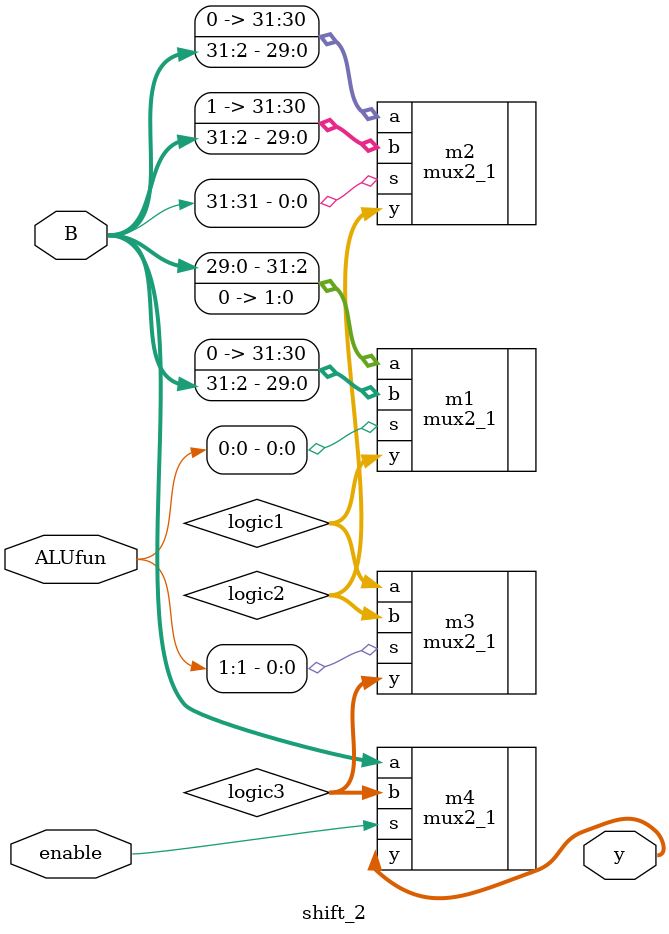
<source format=v>
module shift_2(B,enable,ALUfun,y);
    input[31:0] B;
    input enable;
    input[1:0] ALUfun; //ALUfun[1:0] 00->SLL; 01->SRL; 11->SRA
    output[31:0] y;
    wire[31:0] logic1,logic2,logic3;
    mux2_1 m1(.a({B[29:0],2'b00}),.b({2'b00,B[31:2]}),.s(ALUfun[0]),.y(logic1));
    mux2_1 m2(.a({2'b00,B[31:2]}),.b({2'b11,B[31:2]}),.s(B[31]),.y(logic2));
    mux2_1 m3(.a(logic1),.b(logic2),.s(ALUfun[1]),.y(logic3));
    mux2_1 m4(.a(B),.b(logic3),.s(enable),.y(y));
endmodule
</source>
